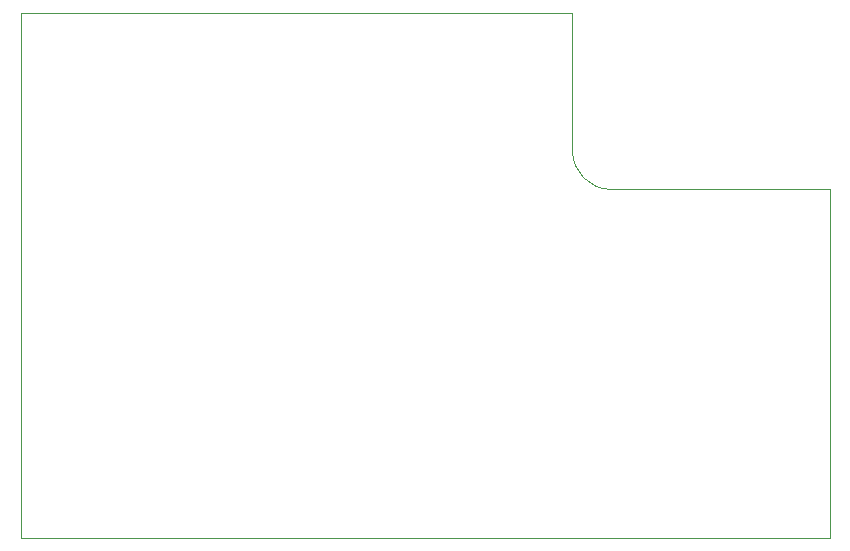
<source format=gbr>
%TF.GenerationSoftware,KiCad,Pcbnew,9.0.3*%
%TF.CreationDate,2025-09-18T22:47:48-04:00*%
%TF.ProjectId,6502-interposer,36353032-2d69-46e7-9465-72706f736572,rev?*%
%TF.SameCoordinates,Original*%
%TF.FileFunction,Profile,NP*%
%FSLAX46Y46*%
G04 Gerber Fmt 4.6, Leading zero omitted, Abs format (unit mm)*
G04 Created by KiCad (PCBNEW 9.0.3) date 2025-09-18 22:47:48*
%MOMM*%
%LPD*%
G01*
G04 APERTURE LIST*
%TA.AperFunction,Profile*%
%ADD10C,0.050000*%
%TD*%
G04 APERTURE END LIST*
D10*
X113750000Y-82000000D02*
X45250000Y-82000000D01*
X45250000Y-37600000D02*
X91977637Y-37600000D01*
X45250000Y-82000000D02*
X45250000Y-37600000D01*
X91980826Y-49250000D02*
X91977637Y-37600000D01*
X113750000Y-52524048D02*
X113750000Y-82000000D01*
X95250000Y-52519174D02*
X113750000Y-52524048D01*
X95250000Y-52519174D02*
G75*
G02*
X91980826Y-49250000I0J3269174D01*
G01*
M02*

</source>
